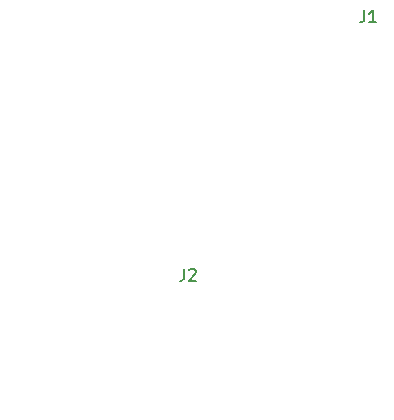
<source format=gto>
%TF.GenerationSoftware,KiCad,Pcbnew,(6.0.8)*%
%TF.CreationDate,2022-11-29T16:13:45+01:00*%
%TF.ProjectId,board,626f6172-642e-46b6-9963-61645f706362,rev?*%
%TF.SameCoordinates,Original*%
%TF.FileFunction,Legend,Top*%
%TF.FilePolarity,Positive*%
%FSLAX46Y46*%
G04 Gerber Fmt 4.6, Leading zero omitted, Abs format (unit mm)*
G04 Created by KiCad (PCBNEW (6.0.8)) date 2022-11-29 16:13:45*
%MOMM*%
%LPD*%
G01*
G04 APERTURE LIST*
%ADD10C,0.150000*%
%ADD11C,0.120000*%
%ADD12R,3.500000X2.500000*%
%ADD13C,6.000000*%
%ADD14R,2.000000X2.000000*%
%ADD15R,2.500000X3.500000*%
G04 APERTURE END LIST*
D10*
%TO.C,D4*%
X95738095Y-115047619D02*
X95738095Y-116047619D01*
X95500000Y-116047619D01*
X95357142Y-116000000D01*
X95261904Y-115904761D01*
X95214285Y-115809523D01*
X95166666Y-115619047D01*
X95166666Y-115476190D01*
X95214285Y-115285714D01*
X95261904Y-115190476D01*
X95357142Y-115095238D01*
X95500000Y-115047619D01*
X95738095Y-115047619D01*
X94309523Y-115714285D02*
X94309523Y-115047619D01*
X94547619Y-116095238D02*
X94785714Y-115380952D01*
X94166666Y-115380952D01*
%TO.C,J1*%
X124126666Y-102032380D02*
X124126666Y-102746666D01*
X124079047Y-102889523D01*
X123983809Y-102984761D01*
X123840952Y-103032380D01*
X123745714Y-103032380D01*
X125126666Y-103032380D02*
X124555238Y-103032380D01*
X124840952Y-103032380D02*
X124840952Y-102032380D01*
X124745714Y-102175238D01*
X124650476Y-102270476D01*
X124555238Y-102318095D01*
%TO.C,J2*%
X108886666Y-123912380D02*
X108886666Y-124626666D01*
X108839047Y-124769523D01*
X108743809Y-124864761D01*
X108600952Y-124912380D01*
X108505714Y-124912380D01*
X109315238Y-124007619D02*
X109362857Y-123960000D01*
X109458095Y-123912380D01*
X109696190Y-123912380D01*
X109791428Y-123960000D01*
X109839047Y-124007619D01*
X109886666Y-124102857D01*
X109886666Y-124198095D01*
X109839047Y-124340952D01*
X109267619Y-124912380D01*
X109886666Y-124912380D01*
%TO.C,D5*%
X114952380Y-105738095D02*
X113952380Y-105738095D01*
X113952380Y-105500000D01*
X114000000Y-105357142D01*
X114095238Y-105261904D01*
X114190476Y-105214285D01*
X114380952Y-105166666D01*
X114523809Y-105166666D01*
X114714285Y-105214285D01*
X114809523Y-105261904D01*
X114904761Y-105357142D01*
X114952380Y-105500000D01*
X114952380Y-105738095D01*
X113952380Y-104261904D02*
X113952380Y-104738095D01*
X114428571Y-104785714D01*
X114380952Y-104738095D01*
X114333333Y-104642857D01*
X114333333Y-104404761D01*
X114380952Y-104309523D01*
X114428571Y-104261904D01*
X114523809Y-104214285D01*
X114761904Y-104214285D01*
X114857142Y-104261904D01*
X114904761Y-104309523D01*
X114952380Y-104404761D01*
X114952380Y-104642857D01*
X114904761Y-104738095D01*
X114857142Y-104785714D01*
%TO.C,D2*%
X104952380Y-105738095D02*
X103952380Y-105738095D01*
X103952380Y-105500000D01*
X104000000Y-105357142D01*
X104095238Y-105261904D01*
X104190476Y-105214285D01*
X104380952Y-105166666D01*
X104523809Y-105166666D01*
X104714285Y-105214285D01*
X104809523Y-105261904D01*
X104904761Y-105357142D01*
X104952380Y-105500000D01*
X104952380Y-105738095D01*
X104047619Y-104785714D02*
X104000000Y-104738095D01*
X103952380Y-104642857D01*
X103952380Y-104404761D01*
X104000000Y-104309523D01*
X104047619Y-104261904D01*
X104142857Y-104214285D01*
X104238095Y-104214285D01*
X104380952Y-104261904D01*
X104952380Y-104833333D01*
X104952380Y-104214285D01*
%TO.C,D6*%
X124261904Y-124952380D02*
X124261904Y-123952380D01*
X124500000Y-123952380D01*
X124642857Y-124000000D01*
X124738095Y-124095238D01*
X124785714Y-124190476D01*
X124833333Y-124380952D01*
X124833333Y-124523809D01*
X124785714Y-124714285D01*
X124738095Y-124809523D01*
X124642857Y-124904761D01*
X124500000Y-124952380D01*
X124261904Y-124952380D01*
X125690476Y-123952380D02*
X125500000Y-123952380D01*
X125404761Y-124000000D01*
X125357142Y-124047619D01*
X125261904Y-124190476D01*
X125214285Y-124380952D01*
X125214285Y-124761904D01*
X125261904Y-124857142D01*
X125309523Y-124904761D01*
X125404761Y-124952380D01*
X125595238Y-124952380D01*
X125690476Y-124904761D01*
X125738095Y-124857142D01*
X125785714Y-124761904D01*
X125785714Y-124523809D01*
X125738095Y-124428571D01*
X125690476Y-124380952D01*
X125595238Y-124333333D01*
X125404761Y-124333333D01*
X125309523Y-124380952D01*
X125261904Y-124428571D01*
X125214285Y-124523809D01*
%TO.C,D3*%
X105047619Y-134261904D02*
X106047619Y-134261904D01*
X106047619Y-134500000D01*
X106000000Y-134642857D01*
X105904761Y-134738095D01*
X105809523Y-134785714D01*
X105619047Y-134833333D01*
X105476190Y-134833333D01*
X105285714Y-134785714D01*
X105190476Y-134738095D01*
X105095238Y-134642857D01*
X105047619Y-134500000D01*
X105047619Y-134261904D01*
X106047619Y-135166666D02*
X106047619Y-135785714D01*
X105666666Y-135452380D01*
X105666666Y-135595238D01*
X105619047Y-135690476D01*
X105571428Y-135738095D01*
X105476190Y-135785714D01*
X105238095Y-135785714D01*
X105142857Y-135738095D01*
X105095238Y-135690476D01*
X105047619Y-135595238D01*
X105047619Y-135309523D01*
X105095238Y-135214285D01*
X105142857Y-135166666D01*
%TO.C,D1*%
X95738095Y-125047619D02*
X95738095Y-126047619D01*
X95500000Y-126047619D01*
X95357142Y-126000000D01*
X95261904Y-125904761D01*
X95214285Y-125809523D01*
X95166666Y-125619047D01*
X95166666Y-125476190D01*
X95214285Y-125285714D01*
X95261904Y-125190476D01*
X95357142Y-125095238D01*
X95500000Y-125047619D01*
X95738095Y-125047619D01*
X94214285Y-125047619D02*
X94785714Y-125047619D01*
X94500000Y-125047619D02*
X94500000Y-126047619D01*
X94595238Y-125904761D01*
X94690476Y-125809523D01*
X94785714Y-125761904D01*
%TO.C,D7*%
X124261904Y-114952380D02*
X124261904Y-113952380D01*
X124500000Y-113952380D01*
X124642857Y-114000000D01*
X124738095Y-114095238D01*
X124785714Y-114190476D01*
X124833333Y-114380952D01*
X124833333Y-114523809D01*
X124785714Y-114714285D01*
X124738095Y-114809523D01*
X124642857Y-114904761D01*
X124500000Y-114952380D01*
X124261904Y-114952380D01*
X125166666Y-113952380D02*
X125833333Y-113952380D01*
X125404761Y-114952380D01*
%TO.C,D8*%
X115047619Y-134261904D02*
X116047619Y-134261904D01*
X116047619Y-134500000D01*
X116000000Y-134642857D01*
X115904761Y-134738095D01*
X115809523Y-134785714D01*
X115619047Y-134833333D01*
X115476190Y-134833333D01*
X115285714Y-134785714D01*
X115190476Y-134738095D01*
X115095238Y-134642857D01*
X115047619Y-134500000D01*
X115047619Y-134261904D01*
X115619047Y-135404761D02*
X115666666Y-135309523D01*
X115714285Y-135261904D01*
X115809523Y-135214285D01*
X115857142Y-135214285D01*
X115952380Y-135261904D01*
X116000000Y-135309523D01*
X116047619Y-135404761D01*
X116047619Y-135595238D01*
X116000000Y-135690476D01*
X115952380Y-135738095D01*
X115857142Y-135785714D01*
X115809523Y-135785714D01*
X115714285Y-135738095D01*
X115666666Y-135690476D01*
X115619047Y-135595238D01*
X115619047Y-135404761D01*
X115571428Y-135309523D01*
X115523809Y-135261904D01*
X115428571Y-135214285D01*
X115238095Y-135214285D01*
X115142857Y-135261904D01*
X115095238Y-135309523D01*
X115047619Y-135404761D01*
X115047619Y-135595238D01*
X115095238Y-135690476D01*
X115142857Y-135738095D01*
X115238095Y-135785714D01*
X115428571Y-135785714D01*
X115523809Y-135738095D01*
X115571428Y-135690476D01*
X115619047Y-135595238D01*
D11*
%TO.C,J1*%
X123765000Y-103455000D02*
X124460000Y-103455000D01*
X123765000Y-104825000D02*
X125155000Y-104825000D01*
X125155000Y-104825000D02*
X125155000Y-104700000D01*
X125068276Y-104825000D02*
X125155000Y-104825000D01*
X123765000Y-104140000D02*
X123765000Y-103455000D01*
X123765000Y-104825000D02*
X123851724Y-104825000D01*
X123765000Y-104825000D02*
X123765000Y-104700000D01*
%TO.C,J2*%
X108525000Y-127685000D02*
X108525000Y-127560000D01*
X108525000Y-126315000D02*
X109220000Y-126315000D01*
X108525000Y-127000000D02*
X108525000Y-126315000D01*
X108525000Y-127685000D02*
X108611724Y-127685000D01*
X109828276Y-127685000D02*
X109915000Y-127685000D01*
X109915000Y-127685000D02*
X109915000Y-127560000D01*
X108525000Y-127685000D02*
X109915000Y-127685000D01*
%TD*%
%LPC*%
D12*
%TO.C,D4*%
X101500000Y-114000000D03*
D13*
X95000000Y-115000000D03*
D12*
X88500000Y-116000000D03*
%TD*%
D14*
%TO.C,J1*%
X124460000Y-104140000D03*
%TD*%
%TO.C,J2*%
X109220000Y-127000000D03*
%TD*%
D15*
%TO.C,D5*%
X116000000Y-111500000D03*
X114000000Y-98500000D03*
D13*
X115000000Y-105000000D03*
%TD*%
D15*
%TO.C,D2*%
X106000000Y-111500000D03*
D13*
X105000000Y-105000000D03*
D15*
X104000000Y-98500000D03*
%TD*%
D12*
%TO.C,D6*%
X118500000Y-126000000D03*
X131500000Y-124000000D03*
D13*
X125000000Y-125000000D03*
%TD*%
D15*
%TO.C,D3*%
X104000000Y-128500000D03*
D13*
X105000000Y-135000000D03*
D15*
X106000000Y-141500000D03*
%TD*%
D12*
%TO.C,D1*%
X101500000Y-124000000D03*
D13*
X95000000Y-125000000D03*
D12*
X88500000Y-126000000D03*
%TD*%
%TO.C,D7*%
X118500000Y-116000000D03*
X131500000Y-114000000D03*
D13*
X125000000Y-115000000D03*
%TD*%
D15*
%TO.C,D8*%
X114000000Y-128500000D03*
X116000000Y-141500000D03*
D13*
X115000000Y-135000000D03*
%TD*%
M02*

</source>
